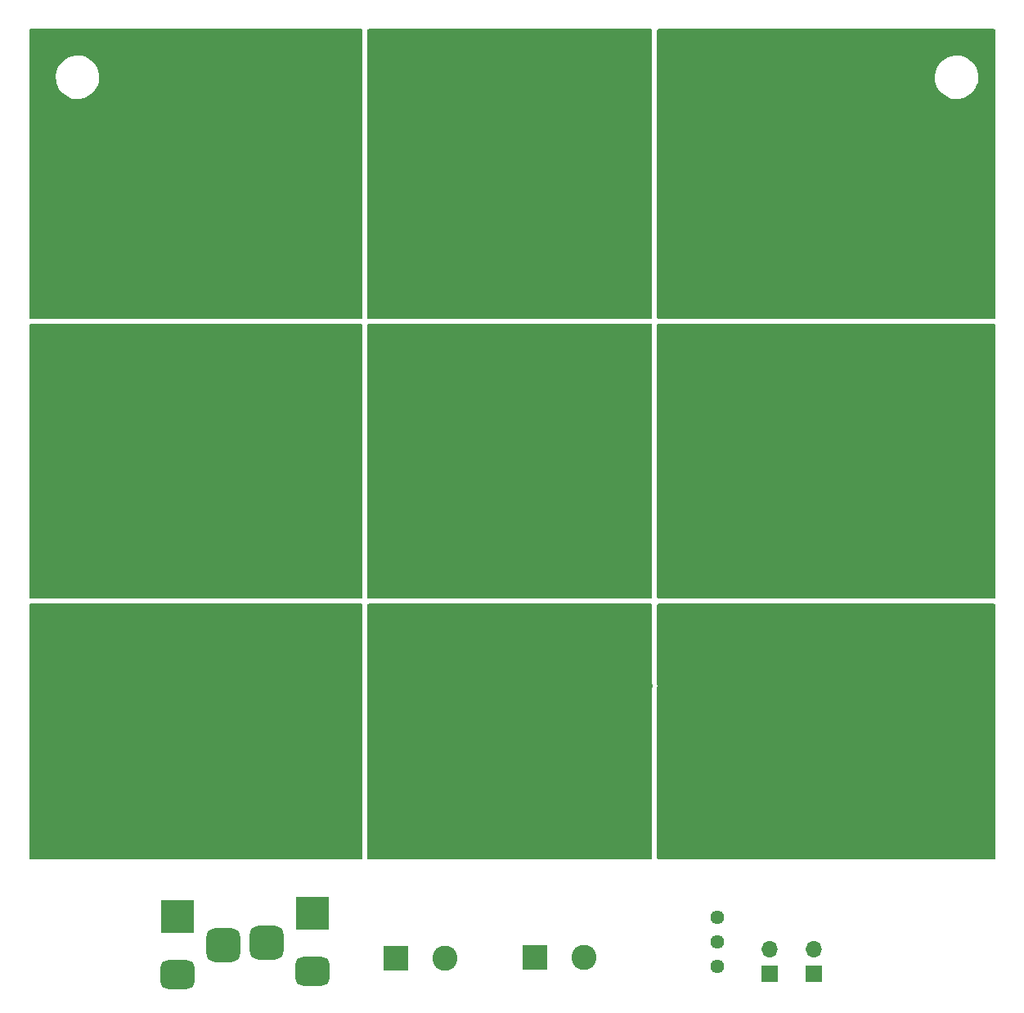
<source format=gbr>
%TF.GenerationSoftware,KiCad,Pcbnew,7.0.11+dfsg-1build4*%
%TF.CreationDate,2025-01-13T22:22:21-06:00*%
%TF.ProjectId,LEDpanel,4c454470-616e-4656-9c2e-6b696361645f,rev?*%
%TF.SameCoordinates,Original*%
%TF.FileFunction,Copper,L2,Bot*%
%TF.FilePolarity,Positive*%
%FSLAX46Y46*%
G04 Gerber Fmt 4.6, Leading zero omitted, Abs format (unit mm)*
G04 Created by KiCad (PCBNEW 7.0.11+dfsg-1build4) date 2025-01-13 22:22:21*
%MOMM*%
%LPD*%
G01*
G04 APERTURE LIST*
G04 Aperture macros list*
%AMRoundRect*
0 Rectangle with rounded corners*
0 $1 Rounding radius*
0 $2 $3 $4 $5 $6 $7 $8 $9 X,Y pos of 4 corners*
0 Add a 4 corners polygon primitive as box body*
4,1,4,$2,$3,$4,$5,$6,$7,$8,$9,$2,$3,0*
0 Add four circle primitives for the rounded corners*
1,1,$1+$1,$2,$3*
1,1,$1+$1,$4,$5*
1,1,$1+$1,$6,$7*
1,1,$1+$1,$8,$9*
0 Add four rect primitives between the rounded corners*
20,1,$1+$1,$2,$3,$4,$5,0*
20,1,$1+$1,$4,$5,$6,$7,0*
20,1,$1+$1,$6,$7,$8,$9,0*
20,1,$1+$1,$8,$9,$2,$3,0*%
G04 Aperture macros list end*
%TA.AperFunction,ComponentPad*%
%ADD10R,3.500000X3.500000*%
%TD*%
%TA.AperFunction,ComponentPad*%
%ADD11RoundRect,0.750000X1.000000X-0.750000X1.000000X0.750000X-1.000000X0.750000X-1.000000X-0.750000X0*%
%TD*%
%TA.AperFunction,ComponentPad*%
%ADD12RoundRect,0.875000X0.875000X-0.875000X0.875000X0.875000X-0.875000X0.875000X-0.875000X-0.875000X0*%
%TD*%
%TA.AperFunction,ComponentPad*%
%ADD13C,1.440000*%
%TD*%
%TA.AperFunction,ComponentPad*%
%ADD14R,2.600000X2.600000*%
%TD*%
%TA.AperFunction,ComponentPad*%
%ADD15C,2.600000*%
%TD*%
%TA.AperFunction,ComponentPad*%
%ADD16R,1.700000X1.700000*%
%TD*%
%TA.AperFunction,ComponentPad*%
%ADD17O,1.700000X1.700000*%
%TD*%
%TA.AperFunction,ViaPad*%
%ADD18C,0.800000*%
%TD*%
%TA.AperFunction,Conductor*%
%ADD19C,1.000000*%
%TD*%
G04 APERTURE END LIST*
D10*
%TO.P,J1,1*%
%TO.N,+VDC*%
X40350000Y-116900000D03*
D11*
%TO.P,J1,2*%
%TO.N,GND*%
X40350000Y-122900000D03*
D12*
%TO.P,J1,3*%
%TO.N,unconnected-(J1-Pad3)*%
X45050000Y-119900000D03*
%TD*%
D13*
%TO.P,RV1,1,1*%
%TO.N,Net-(D2-A)*%
X96250000Y-122100000D03*
%TO.P,RV1,2,2*%
%TO.N,Net-(J4-Pin_1)*%
X96250000Y-119560000D03*
%TO.P,RV1,3,3*%
%TO.N,GND*%
X96250000Y-117020000D03*
%TD*%
D14*
%TO.P,J3,1,Pin_1*%
%TO.N,SWPWR*%
X77340000Y-121140000D03*
D15*
%TO.P,J3,2,Pin_2*%
%TO.N,GND*%
X82420000Y-121140000D03*
%TD*%
D16*
%TO.P,JP1,1,A*%
%TO.N,Net-(J4-Pin_1)*%
X106200000Y-122800000D03*
D17*
%TO.P,JP1,2,B*%
%TO.N,SETPOINT*%
X106200000Y-120260000D03*
%TD*%
D16*
%TO.P,J4,1,Pin_1*%
%TO.N,Net-(J4-Pin_1)*%
X101650000Y-122850000D03*
D17*
%TO.P,J4,2,Pin_2*%
%TO.N,GND*%
X101650000Y-120310000D03*
%TD*%
D14*
%TO.P,SW1,1,A*%
%TO.N,+VDC*%
X62960000Y-121230000D03*
D15*
%TO.P,SW1,2,B*%
%TO.N,SWPWR*%
X68040000Y-121230000D03*
%TD*%
D10*
%TO.P,J2,1*%
%TO.N,+VDC*%
X54300000Y-116600000D03*
D11*
%TO.P,J2,2*%
%TO.N,GND*%
X54300000Y-122600000D03*
D12*
%TO.P,J2,3*%
%TO.N,unconnected-(J2-Pad3)*%
X49600000Y-119600000D03*
%TD*%
D18*
%TO.N,PLED1*%
X33000000Y-88000000D03*
X49000000Y-96000000D03*
X49000000Y-94000000D03*
X36000000Y-95000000D03*
X31000000Y-88000000D03*
X42000000Y-94000000D03*
X52000000Y-96000000D03*
X32000000Y-93000000D03*
X31000000Y-94000000D03*
X37000000Y-86000000D03*
X55000000Y-98000000D03*
X43000000Y-86000000D03*
X32000000Y-86000000D03*
X45000000Y-91000000D03*
X47000000Y-87000000D03*
X34000000Y-95000000D03*
X46000000Y-85000000D03*
X52000000Y-93000000D03*
X59000000Y-97000000D03*
X32000000Y-96000000D03*
X32000000Y-90000000D03*
X59000000Y-90000000D03*
X35000000Y-91000000D03*
X55000000Y-88000000D03*
X58000000Y-99000000D03*
X49000000Y-86000000D03*
X34000000Y-87000000D03*
X54000000Y-93000000D03*
X35000000Y-93000000D03*
X31000000Y-91000000D03*
X38000000Y-88000000D03*
X46000000Y-96000000D03*
X35000000Y-96000000D03*
X57000000Y-85000000D03*
X58000000Y-87000000D03*
X54000000Y-97000000D03*
X35000000Y-89000000D03*
X58000000Y-94000000D03*
%TO.N,PLED5*%
X51000000Y-75000000D03*
X41000000Y-70000000D03*
X34000000Y-75000000D03*
X35000000Y-82000000D03*
X39000000Y-57000000D03*
X48000000Y-59000000D03*
X55000000Y-68000000D03*
X44000000Y-74000000D03*
X35000000Y-64000000D03*
X31000000Y-74000000D03*
X55000000Y-82000000D03*
X32000000Y-63000000D03*
X57000000Y-59000000D03*
X52000000Y-72000000D03*
X31000000Y-71000000D03*
X31000000Y-77000000D03*
X37000000Y-79000000D03*
X58000000Y-81000000D03*
X52000000Y-69000000D03*
X33000000Y-60000000D03*
X58000000Y-63000000D03*
X55000000Y-72000000D03*
X45000000Y-65000000D03*
X42000000Y-60000000D03*
X35000000Y-68000000D03*
X53000000Y-76000000D03*
X31000000Y-67000000D03*
X36000000Y-59000000D03*
X43000000Y-72000000D03*
X44000000Y-82000000D03*
X49000000Y-71000000D03*
X48000000Y-81000000D03*
X32000000Y-80000000D03*
X39000000Y-82000000D03*
X43000000Y-70000000D03*
X56000000Y-79000000D03*
X32000000Y-58000000D03*
X36000000Y-62000000D03*
X35000000Y-56000000D03*
X46000000Y-59000000D03*
X46000000Y-81000000D03*
X47000000Y-75000000D03*
X58000000Y-67000000D03*
X39000000Y-59000000D03*
X46000000Y-71000000D03*
%TO.N,PLED6*%
X50000000Y-38000000D03*
X32000000Y-38000000D03*
X33000000Y-44000000D03*
X38000000Y-31000000D03*
X50000000Y-40000000D03*
X47000000Y-30000000D03*
X56000000Y-34000000D03*
X38000000Y-52000000D03*
X31000000Y-47000000D03*
X41000000Y-31000000D03*
X31000000Y-42000000D03*
X55000000Y-52000000D03*
X59000000Y-51000000D03*
X50000000Y-47000000D03*
X45000000Y-35000000D03*
X43000000Y-40000000D03*
X35000000Y-42000000D03*
X31000000Y-51000000D03*
X55000000Y-43000000D03*
X55000000Y-38000000D03*
X46000000Y-53000000D03*
X49000000Y-43000000D03*
X36000000Y-39000000D03*
X56000000Y-30000000D03*
X43000000Y-44000000D03*
X54000000Y-50000000D03*
X41000000Y-53000000D03*
X34000000Y-34000000D03*
X53000000Y-39000000D03*
X56000000Y-46000000D03*
X46000000Y-42000000D03*
X52000000Y-45000000D03*
X45000000Y-47000000D03*
%TO.N,PLED7*%
X83000000Y-44000000D03*
X73000000Y-31000000D03*
X87000000Y-34000000D03*
X88000000Y-30000000D03*
X72000000Y-52000000D03*
X62000000Y-33000000D03*
X62000000Y-41000000D03*
X88000000Y-46000000D03*
X70000000Y-30000000D03*
X68000000Y-51000000D03*
X65000000Y-40000000D03*
X87000000Y-43000000D03*
X80000000Y-43000000D03*
X71000000Y-33000000D03*
X71000000Y-54000000D03*
X62000000Y-51000000D03*
X76000000Y-46000000D03*
X85000000Y-31000000D03*
X73000000Y-45000000D03*
X84000000Y-40000000D03*
X66000000Y-48000000D03*
X75000000Y-52000000D03*
X81000000Y-39000000D03*
X66000000Y-31000000D03*
X84000000Y-52000000D03*
X78000000Y-53000000D03*
X80000000Y-46000000D03*
X85000000Y-47000000D03*
X72000000Y-44000000D03*
X65000000Y-53000000D03*
X65000000Y-35000000D03*
X62000000Y-44000000D03*
X68000000Y-54000000D03*
X87000000Y-54000000D03*
X87000000Y-49000000D03*
X62000000Y-48000000D03*
X68000000Y-33000000D03*
X83000000Y-48000000D03*
X72000000Y-40000000D03*
X87000000Y-38000000D03*
X65000000Y-44000000D03*
X77000000Y-41000000D03*
X62000000Y-37000000D03*
%TO.N,PLED8*%
X84000000Y-76000000D03*
X62000000Y-68000000D03*
X62000000Y-78000000D03*
X65000000Y-82000000D03*
X88000000Y-61000000D03*
X76000000Y-58000000D03*
X72000000Y-75000000D03*
X73000000Y-57000000D03*
X82000000Y-69000000D03*
X85000000Y-61000000D03*
X78000000Y-57000000D03*
X65000000Y-63000000D03*
X80000000Y-72000000D03*
X74000000Y-81000000D03*
X63000000Y-81000000D03*
X88000000Y-77000000D03*
X62000000Y-75000000D03*
X87000000Y-65000000D03*
X84000000Y-67000000D03*
X66000000Y-75000000D03*
X65000000Y-67000000D03*
X72000000Y-59000000D03*
X67000000Y-79000000D03*
X72000000Y-69000000D03*
X70000000Y-81000000D03*
X78000000Y-82000000D03*
X84000000Y-71000000D03*
X71000000Y-72000000D03*
X63000000Y-64000000D03*
X84000000Y-79000000D03*
X88000000Y-72000000D03*
X75000000Y-72000000D03*
X67000000Y-60000000D03*
X65000000Y-57000000D03*
X84000000Y-57000000D03*
X68000000Y-57000000D03*
X75000000Y-64000000D03*
X63000000Y-60000000D03*
X87000000Y-82000000D03*
X79000000Y-75000000D03*
X75000000Y-75000000D03*
X62000000Y-72000000D03*
X80000000Y-67000000D03*
X78000000Y-69000000D03*
X87000000Y-58000000D03*
X66000000Y-71000000D03*
X88000000Y-68000000D03*
%TO.N,PLED9*%
X64000000Y-96000000D03*
X86000000Y-89000000D03*
X67000000Y-86000000D03*
X62000000Y-98000000D03*
X62000000Y-88000000D03*
X72000000Y-95000000D03*
X76000000Y-96000000D03*
X83000000Y-93000000D03*
X85000000Y-86000000D03*
X88000000Y-89000000D03*
X62000000Y-91000000D03*
X70000000Y-88000000D03*
X84000000Y-97000000D03*
X67000000Y-89000000D03*
X89000000Y-93000000D03*
X73000000Y-86000000D03*
X65000000Y-93000000D03*
X81000000Y-96000000D03*
X75000000Y-91000000D03*
X79000000Y-96000000D03*
X62000000Y-94000000D03*
X80000000Y-94000000D03*
X87000000Y-87000000D03*
X86000000Y-92000000D03*
X65000000Y-90000000D03*
X78000000Y-86000000D03*
X87000000Y-97000000D03*
X76000000Y-86000000D03*
X70000000Y-86000000D03*
X88000000Y-95000000D03*
%TO.N,PLED10*%
X108000000Y-40000000D03*
X113000000Y-41000000D03*
X96000000Y-49000000D03*
X95000000Y-53000000D03*
X118000000Y-52000000D03*
X123000000Y-39000000D03*
X91000000Y-38000000D03*
X91000000Y-31000000D03*
X109000000Y-36000000D03*
X119000000Y-48000000D03*
X94000000Y-30000000D03*
X115000000Y-36000000D03*
X116000000Y-47000000D03*
X94000000Y-40000000D03*
X93000000Y-45000000D03*
X103000000Y-51000000D03*
X113000000Y-38000000D03*
X98000000Y-32000000D03*
X96000000Y-46000000D03*
X116000000Y-43000000D03*
X121000000Y-40000000D03*
X105000000Y-53000000D03*
X103000000Y-40000000D03*
X123000000Y-42000000D03*
X92000000Y-41000000D03*
X108000000Y-45000000D03*
X122000000Y-52000000D03*
X100000000Y-29000000D03*
X94000000Y-33000000D03*
X95000000Y-43000000D03*
X92000000Y-51000000D03*
X122000000Y-37000000D03*
X103000000Y-30000000D03*
X122000000Y-45000000D03*
X99000000Y-54000000D03*
X117000000Y-38000000D03*
X122000000Y-49000000D03*
X114000000Y-46000000D03*
X102000000Y-43000000D03*
X119000000Y-45000000D03*
X104000000Y-44000000D03*
X111000000Y-47000000D03*
X93000000Y-48000000D03*
X101000000Y-33000000D03*
X92000000Y-34000000D03*
X114000000Y-51000000D03*
X118000000Y-36000000D03*
X99000000Y-50000000D03*
%TO.N,PLED11*%
X122000000Y-70000000D03*
X110000000Y-71000000D03*
X104000000Y-82000000D03*
X112000000Y-69000000D03*
X107000000Y-57000000D03*
X97000000Y-82000000D03*
X101000000Y-68000000D03*
X102000000Y-79000000D03*
X109000000Y-67000000D03*
X123000000Y-76000000D03*
X101000000Y-82000000D03*
X91000000Y-68000000D03*
X119000000Y-80000000D03*
X95000000Y-74000000D03*
X93000000Y-80000000D03*
X94000000Y-68000000D03*
X117000000Y-77000000D03*
X123000000Y-79000000D03*
X115000000Y-81000000D03*
X91000000Y-64000000D03*
X92000000Y-59000000D03*
X91000000Y-77000000D03*
X123000000Y-73000000D03*
X99000000Y-58000000D03*
X115000000Y-70000000D03*
X113000000Y-81000000D03*
X117000000Y-66000000D03*
X95000000Y-71000000D03*
X113000000Y-66000000D03*
X119000000Y-71000000D03*
X103000000Y-57000000D03*
X118000000Y-56000000D03*
X111000000Y-75000000D03*
X102000000Y-59000000D03*
X106000000Y-79000000D03*
X105000000Y-69000000D03*
X91000000Y-70000000D03*
X119000000Y-74000000D03*
X101000000Y-72000000D03*
X100000000Y-61000000D03*
X117000000Y-61000000D03*
X110000000Y-66000000D03*
X112000000Y-77000000D03*
X114000000Y-58000000D03*
X93000000Y-63000000D03*
X96000000Y-58000000D03*
X101000000Y-70000000D03*
X113000000Y-73000000D03*
X107000000Y-82000000D03*
X121000000Y-57000000D03*
X123000000Y-60000000D03*
X105000000Y-59000000D03*
X99000000Y-78000000D03*
X122000000Y-64000000D03*
X109000000Y-73000000D03*
X117000000Y-81000000D03*
X115000000Y-75000000D03*
X117000000Y-58000000D03*
X92000000Y-73000000D03*
X120000000Y-66000000D03*
X104000000Y-73000000D03*
X91000000Y-61000000D03*
X96000000Y-61000000D03*
X96000000Y-77000000D03*
X118000000Y-64000000D03*
%TO.N,PLED12*%
X101000000Y-96000000D03*
X116000000Y-89000000D03*
X123000000Y-94000000D03*
X121000000Y-88000000D03*
X96000000Y-99000000D03*
X121000000Y-86000000D03*
X102000000Y-85000000D03*
X122000000Y-100000000D03*
X93000000Y-94000000D03*
X106000000Y-86000000D03*
X93000000Y-89000000D03*
X109000000Y-93000000D03*
X98000000Y-85000000D03*
X111000000Y-93000000D03*
X100000000Y-88000000D03*
X118000000Y-94000000D03*
X120000000Y-91000000D03*
X123000000Y-90000000D03*
X106000000Y-96000000D03*
X118000000Y-99000000D03*
X92000000Y-98000000D03*
X91000000Y-92000000D03*
X91000000Y-95000000D03*
X94000000Y-97000000D03*
X95000000Y-86000000D03*
X92000000Y-86000000D03*
X115000000Y-97000000D03*
X110000000Y-96000000D03*
X114000000Y-93000000D03*
X117000000Y-86000000D03*
X97000000Y-88000000D03*
%TD*%
D19*
%TO.N,PLED1*%
X31000000Y-91000000D02*
X31000000Y-88000000D01*
X55000000Y-98000000D02*
X56000000Y-99000000D01*
X59000000Y-95000000D02*
X58000000Y-94000000D01*
X38000000Y-88000000D02*
X36000000Y-88000000D01*
X52000000Y-96000000D02*
X53000000Y-96000000D01*
X37000000Y-86000000D02*
X35000000Y-86000000D01*
X32000000Y-96000000D02*
X32000000Y-95000000D01*
X46000000Y-96000000D02*
X49000000Y-96000000D01*
X59000000Y-97000000D02*
X59000000Y-95000000D01*
X43000000Y-86000000D02*
X45000000Y-86000000D01*
X46000000Y-96000000D02*
X46000000Y-92000000D01*
X59000000Y-90000000D02*
X59000000Y-88000000D01*
X36000000Y-95000000D02*
X35000000Y-96000000D01*
X32000000Y-93000000D02*
X34000000Y-95000000D01*
X53000000Y-96000000D02*
X54000000Y-97000000D01*
X35000000Y-86000000D02*
X34000000Y-87000000D01*
X32000000Y-95000000D02*
X31000000Y-94000000D01*
X56000000Y-99000000D02*
X58000000Y-99000000D01*
X57000000Y-85000000D02*
X55000000Y-85000000D01*
X46000000Y-92000000D02*
X45000000Y-91000000D01*
X54000000Y-93000000D02*
X52000000Y-93000000D01*
X59000000Y-88000000D02*
X58000000Y-87000000D01*
X36000000Y-88000000D02*
X35000000Y-89000000D01*
X33000000Y-88000000D02*
X33000000Y-89000000D01*
X33000000Y-89000000D02*
X32000000Y-90000000D01*
X55000000Y-85000000D02*
X55000000Y-88000000D01*
X45000000Y-86000000D02*
X46000000Y-85000000D01*
X35000000Y-91000000D02*
X35000000Y-93000000D01*
%TO.N,PLED5*%
X36000000Y-59000000D02*
X34000000Y-59000000D01*
X35000000Y-82000000D02*
X39000000Y-82000000D01*
X31000000Y-79000000D02*
X32000000Y-80000000D01*
X44000000Y-73000000D02*
X46000000Y-71000000D01*
X58000000Y-72000000D02*
X58000000Y-71000000D01*
X58000000Y-60000000D02*
X57000000Y-59000000D01*
X31000000Y-77000000D02*
X31000000Y-79000000D01*
X51000000Y-75000000D02*
X52000000Y-75000000D01*
X52000000Y-72000000D02*
X50000000Y-72000000D01*
X58000000Y-78000000D02*
X58000000Y-81000000D01*
X45000000Y-82000000D02*
X46000000Y-81000000D01*
X58000000Y-77000000D02*
X58000000Y-78000000D01*
X44000000Y-74000000D02*
X46000000Y-74000000D01*
X58000000Y-63000000D02*
X58000000Y-60000000D01*
X39000000Y-57000000D02*
X44000000Y-57000000D01*
X32000000Y-66000000D02*
X31000000Y-67000000D01*
X35000000Y-64000000D02*
X35000000Y-63000000D01*
X46000000Y-74000000D02*
X47000000Y-75000000D01*
X34000000Y-69000000D02*
X35000000Y-68000000D01*
X52000000Y-75000000D02*
X53000000Y-76000000D01*
X44000000Y-82000000D02*
X40000000Y-82000000D01*
X43000000Y-70000000D02*
X43000000Y-72000000D01*
X34000000Y-59000000D02*
X33000000Y-60000000D01*
X58000000Y-77000000D02*
X58000000Y-76000000D01*
X58000000Y-71000000D02*
X56000000Y-71000000D01*
X58000000Y-76000000D02*
X58000000Y-72000000D01*
X50000000Y-72000000D02*
X49000000Y-71000000D01*
X44000000Y-74000000D02*
X44000000Y-73000000D01*
X34000000Y-75000000D02*
X34000000Y-71000000D01*
X31000000Y-71000000D02*
X31000000Y-74000000D01*
X44000000Y-57000000D02*
X46000000Y-59000000D01*
X42000000Y-60000000D02*
X40000000Y-60000000D01*
X40000000Y-82000000D02*
X37000000Y-79000000D01*
X56000000Y-79000000D02*
X58000000Y-77000000D01*
X40000000Y-60000000D02*
X39000000Y-59000000D01*
X32000000Y-63000000D02*
X32000000Y-66000000D01*
X41000000Y-70000000D02*
X42000000Y-69000000D01*
X35000000Y-63000000D02*
X36000000Y-62000000D01*
X56000000Y-71000000D02*
X55000000Y-72000000D01*
X34000000Y-71000000D02*
X34000000Y-69000000D01*
X44000000Y-82000000D02*
X45000000Y-82000000D01*
X33000000Y-58000000D02*
X35000000Y-56000000D01*
X58000000Y-71000000D02*
X58000000Y-67000000D01*
X32000000Y-58000000D02*
X33000000Y-58000000D01*
%TO.N,PLED6*%
X34000000Y-36000000D02*
X32000000Y-38000000D01*
X55000000Y-35000000D02*
X56000000Y-34000000D01*
X31000000Y-42000000D02*
X31000000Y-47000000D01*
X45000000Y-47000000D02*
X50000000Y-47000000D01*
X55000000Y-38000000D02*
X55000000Y-35000000D01*
X51000000Y-45000000D02*
X49000000Y-43000000D01*
X31000000Y-51000000D02*
X34000000Y-51000000D01*
X54000000Y-50000000D02*
X54000000Y-51000000D01*
X43000000Y-40000000D02*
X43000000Y-44000000D01*
X33000000Y-44000000D02*
X35000000Y-42000000D01*
X41000000Y-31000000D02*
X38000000Y-31000000D01*
X50000000Y-40000000D02*
X52000000Y-40000000D01*
X34000000Y-34000000D02*
X34000000Y-36000000D01*
X34000000Y-51000000D02*
X35000000Y-52000000D01*
X52000000Y-40000000D02*
X53000000Y-39000000D01*
X52000000Y-45000000D02*
X51000000Y-45000000D01*
X59000000Y-51000000D02*
X59000000Y-49000000D01*
X54000000Y-51000000D02*
X55000000Y-52000000D01*
X35000000Y-52000000D02*
X38000000Y-52000000D01*
X59000000Y-49000000D02*
X56000000Y-46000000D01*
X41000000Y-53000000D02*
X46000000Y-53000000D01*
%TO.N,PLED7*%
X87000000Y-38000000D02*
X87000000Y-34000000D01*
X85000000Y-31000000D02*
X87000000Y-31000000D01*
X71000000Y-33000000D02*
X68000000Y-33000000D01*
X71000000Y-31000000D02*
X70000000Y-30000000D01*
X73000000Y-31000000D02*
X71000000Y-31000000D01*
X68000000Y-51000000D02*
X71000000Y-51000000D01*
X65000000Y-35000000D02*
X65000000Y-40000000D01*
X81000000Y-46000000D02*
X83000000Y-48000000D01*
X78000000Y-41000000D02*
X80000000Y-43000000D01*
X83000000Y-39000000D02*
X84000000Y-40000000D01*
X77000000Y-52000000D02*
X78000000Y-53000000D01*
X68000000Y-54000000D02*
X71000000Y-54000000D01*
X62000000Y-37000000D02*
X62000000Y-41000000D01*
X87000000Y-45000000D02*
X88000000Y-46000000D01*
X71000000Y-51000000D02*
X72000000Y-52000000D01*
X87000000Y-43000000D02*
X87000000Y-45000000D01*
X65000000Y-47000000D02*
X66000000Y-48000000D01*
X83000000Y-45000000D02*
X85000000Y-47000000D01*
X73000000Y-45000000D02*
X75000000Y-45000000D01*
X77000000Y-41000000D02*
X78000000Y-41000000D01*
X65000000Y-44000000D02*
X65000000Y-47000000D01*
X87000000Y-31000000D02*
X88000000Y-30000000D01*
X66000000Y-31000000D02*
X64000000Y-31000000D01*
X64000000Y-31000000D02*
X62000000Y-33000000D01*
X62000000Y-44000000D02*
X62000000Y-48000000D01*
X75000000Y-45000000D02*
X76000000Y-46000000D01*
X63000000Y-51000000D02*
X65000000Y-53000000D01*
X83000000Y-44000000D02*
X83000000Y-45000000D01*
X81000000Y-39000000D02*
X83000000Y-39000000D01*
X72000000Y-40000000D02*
X72000000Y-44000000D01*
X80000000Y-46000000D02*
X81000000Y-46000000D01*
X85000000Y-52000000D02*
X87000000Y-54000000D01*
X62000000Y-51000000D02*
X63000000Y-51000000D01*
X75000000Y-52000000D02*
X77000000Y-52000000D01*
X84000000Y-52000000D02*
X85000000Y-52000000D01*
%TO.N,PLED8*%
X85000000Y-68000000D02*
X84000000Y-67000000D01*
X67000000Y-60000000D02*
X67000000Y-61000000D01*
X87000000Y-76000000D02*
X88000000Y-77000000D01*
X72000000Y-75000000D02*
X75000000Y-75000000D01*
X88000000Y-72000000D02*
X85000000Y-72000000D01*
X66000000Y-75000000D02*
X66000000Y-78000000D01*
X75000000Y-62000000D02*
X72000000Y-59000000D01*
X78000000Y-69000000D02*
X78000000Y-70000000D01*
X65000000Y-82000000D02*
X64000000Y-82000000D01*
X84000000Y-79000000D02*
X87000000Y-82000000D01*
X72000000Y-69000000D02*
X72000000Y-71000000D01*
X67000000Y-61000000D02*
X65000000Y-63000000D01*
X73000000Y-57000000D02*
X75000000Y-57000000D01*
X85000000Y-72000000D02*
X84000000Y-71000000D01*
X62000000Y-72000000D02*
X62000000Y-68000000D01*
X65000000Y-70000000D02*
X66000000Y-71000000D01*
X75000000Y-64000000D02*
X75000000Y-62000000D01*
X70000000Y-81000000D02*
X74000000Y-81000000D01*
X66000000Y-78000000D02*
X67000000Y-79000000D01*
X65000000Y-57000000D02*
X68000000Y-57000000D01*
X63000000Y-64000000D02*
X63000000Y-60000000D01*
X72000000Y-71000000D02*
X71000000Y-72000000D01*
X82000000Y-69000000D02*
X80000000Y-67000000D01*
X65000000Y-67000000D02*
X65000000Y-70000000D01*
X87000000Y-58000000D02*
X85000000Y-58000000D01*
X76000000Y-72000000D02*
X79000000Y-75000000D01*
X87000000Y-65000000D02*
X87000000Y-62000000D01*
X85000000Y-58000000D02*
X84000000Y-57000000D01*
X75000000Y-57000000D02*
X76000000Y-58000000D01*
X64000000Y-82000000D02*
X63000000Y-81000000D01*
X75000000Y-72000000D02*
X76000000Y-72000000D01*
X78000000Y-70000000D02*
X80000000Y-72000000D01*
X62000000Y-78000000D02*
X62000000Y-75000000D01*
X88000000Y-68000000D02*
X85000000Y-68000000D01*
X84000000Y-76000000D02*
X87000000Y-76000000D01*
X87000000Y-62000000D02*
X88000000Y-61000000D01*
%TO.N,PLED9*%
X80000000Y-95000000D02*
X81000000Y-96000000D01*
X76000000Y-86000000D02*
X78000000Y-86000000D01*
X86000000Y-89000000D02*
X86000000Y-92000000D01*
X62000000Y-94000000D02*
X62000000Y-91000000D01*
X88000000Y-88000000D02*
X87000000Y-87000000D01*
X63000000Y-86000000D02*
X65000000Y-86000000D01*
X65000000Y-86000000D02*
X67000000Y-86000000D01*
X88000000Y-89000000D02*
X88000000Y-88000000D01*
X76000000Y-96000000D02*
X79000000Y-96000000D01*
X65000000Y-90000000D02*
X65000000Y-93000000D01*
X88000000Y-95000000D02*
X88000000Y-94000000D01*
X63000000Y-87000000D02*
X63000000Y-86000000D01*
X64000000Y-96000000D02*
X62000000Y-98000000D01*
X70000000Y-86000000D02*
X73000000Y-86000000D01*
X62000000Y-88000000D02*
X63000000Y-87000000D01*
X80000000Y-94000000D02*
X80000000Y-95000000D01*
X88000000Y-94000000D02*
X89000000Y-93000000D01*
X84000000Y-97000000D02*
X87000000Y-97000000D01*
X70000000Y-88000000D02*
X68000000Y-88000000D01*
X68000000Y-88000000D02*
X67000000Y-89000000D01*
%TO.N,PLED10*%
X103000000Y-30000000D02*
X101000000Y-30000000D01*
X94000000Y-30000000D02*
X92000000Y-30000000D01*
X111000000Y-47000000D02*
X111000000Y-48000000D01*
X111000000Y-48000000D02*
X114000000Y-51000000D01*
X122000000Y-45000000D02*
X122000000Y-43000000D01*
X105000000Y-53000000D02*
X103000000Y-51000000D01*
X92000000Y-44000000D02*
X93000000Y-45000000D01*
X95000000Y-43000000D02*
X95000000Y-45000000D01*
X103000000Y-40000000D02*
X103000000Y-42000000D01*
X92000000Y-34000000D02*
X92000000Y-37000000D01*
X122000000Y-37000000D02*
X122000000Y-38000000D01*
X93000000Y-50000000D02*
X92000000Y-51000000D01*
X98000000Y-53000000D02*
X99000000Y-54000000D01*
X95000000Y-53000000D02*
X98000000Y-53000000D01*
X107000000Y-44000000D02*
X108000000Y-45000000D01*
X101000000Y-30000000D02*
X100000000Y-29000000D01*
X97000000Y-50000000D02*
X96000000Y-49000000D01*
X111000000Y-38000000D02*
X109000000Y-36000000D01*
X115000000Y-36000000D02*
X118000000Y-36000000D01*
X93000000Y-48000000D02*
X93000000Y-50000000D01*
X92000000Y-41000000D02*
X92000000Y-44000000D01*
X108000000Y-40000000D02*
X112000000Y-40000000D01*
X92000000Y-37000000D02*
X91000000Y-38000000D01*
X94000000Y-33000000D02*
X94000000Y-37000000D01*
X95000000Y-45000000D02*
X96000000Y-46000000D01*
X122000000Y-38000000D02*
X123000000Y-39000000D01*
X121000000Y-40000000D02*
X119000000Y-40000000D01*
X99000000Y-50000000D02*
X97000000Y-50000000D01*
X101000000Y-33000000D02*
X99000000Y-33000000D01*
X120000000Y-49000000D02*
X119000000Y-48000000D01*
X117000000Y-43000000D02*
X119000000Y-45000000D01*
X99000000Y-33000000D02*
X98000000Y-32000000D01*
X116000000Y-47000000D02*
X115000000Y-47000000D01*
X122000000Y-43000000D02*
X123000000Y-42000000D01*
X112000000Y-40000000D02*
X113000000Y-41000000D01*
X118000000Y-52000000D02*
X122000000Y-52000000D01*
X92000000Y-30000000D02*
X91000000Y-31000000D01*
X116000000Y-43000000D02*
X117000000Y-43000000D01*
X119000000Y-40000000D02*
X117000000Y-38000000D01*
X94000000Y-37000000D02*
X94000000Y-40000000D01*
X103000000Y-42000000D02*
X102000000Y-43000000D01*
X113000000Y-38000000D02*
X111000000Y-38000000D01*
X122000000Y-49000000D02*
X120000000Y-49000000D01*
X115000000Y-47000000D02*
X114000000Y-46000000D01*
X104000000Y-44000000D02*
X107000000Y-44000000D01*
%TO.N,PLED11*%
X110000000Y-67000000D02*
X112000000Y-69000000D01*
X119000000Y-57000000D02*
X118000000Y-56000000D01*
X123000000Y-76000000D02*
X123000000Y-73000000D01*
X102000000Y-79000000D02*
X106000000Y-79000000D01*
X102000000Y-59000000D02*
X100000000Y-59000000D01*
X98000000Y-77000000D02*
X99000000Y-78000000D01*
X101000000Y-68000000D02*
X101000000Y-70000000D01*
X119000000Y-74000000D02*
X119000000Y-75000000D01*
X105000000Y-59000000D02*
X103000000Y-57000000D01*
X122000000Y-61000000D02*
X123000000Y-60000000D01*
X95000000Y-71000000D02*
X95000000Y-74000000D01*
X115000000Y-75000000D02*
X113000000Y-73000000D01*
X103000000Y-72000000D02*
X104000000Y-73000000D01*
X100000000Y-61000000D02*
X96000000Y-61000000D01*
X100000000Y-59000000D02*
X99000000Y-58000000D01*
X118000000Y-64000000D02*
X118000000Y-62000000D01*
X115000000Y-70000000D02*
X118000000Y-70000000D01*
X101000000Y-82000000D02*
X97000000Y-82000000D01*
X112000000Y-77000000D02*
X112000000Y-80000000D01*
X121000000Y-57000000D02*
X119000000Y-57000000D01*
X115000000Y-81000000D02*
X117000000Y-81000000D01*
X93000000Y-63000000D02*
X93000000Y-67000000D01*
X109000000Y-67000000D02*
X110000000Y-67000000D01*
X91000000Y-68000000D02*
X91000000Y-64000000D01*
X106000000Y-70000000D02*
X105000000Y-69000000D01*
X96000000Y-77000000D02*
X98000000Y-77000000D01*
X92000000Y-73000000D02*
X92000000Y-71000000D01*
X107000000Y-70000000D02*
X106000000Y-70000000D01*
X108000000Y-71000000D02*
X107000000Y-70000000D01*
X118000000Y-62000000D02*
X117000000Y-61000000D01*
X110000000Y-66000000D02*
X113000000Y-66000000D01*
X93000000Y-80000000D02*
X93000000Y-79000000D01*
X112000000Y-80000000D02*
X113000000Y-81000000D01*
X101000000Y-72000000D02*
X103000000Y-72000000D01*
X92000000Y-71000000D02*
X91000000Y-70000000D01*
X122000000Y-80000000D02*
X123000000Y-79000000D01*
X96000000Y-58000000D02*
X93000000Y-58000000D01*
X110000000Y-71000000D02*
X108000000Y-71000000D01*
X109000000Y-73000000D02*
X111000000Y-75000000D01*
X107000000Y-82000000D02*
X104000000Y-82000000D01*
X118000000Y-70000000D02*
X119000000Y-71000000D01*
X93000000Y-79000000D02*
X91000000Y-77000000D01*
X122000000Y-64000000D02*
X122000000Y-61000000D01*
X93000000Y-67000000D02*
X94000000Y-68000000D01*
X117000000Y-66000000D02*
X120000000Y-66000000D01*
X119000000Y-80000000D02*
X122000000Y-80000000D01*
X93000000Y-58000000D02*
X92000000Y-59000000D01*
X114000000Y-58000000D02*
X117000000Y-58000000D01*
X119000000Y-75000000D02*
X117000000Y-77000000D01*
%TO.N,PLED12*%
X103000000Y-86000000D02*
X102000000Y-85000000D01*
X91000000Y-95000000D02*
X91000000Y-97000000D01*
X101000000Y-96000000D02*
X106000000Y-96000000D01*
X94000000Y-97000000D02*
X96000000Y-99000000D01*
X114000000Y-93000000D02*
X117000000Y-93000000D01*
X110000000Y-96000000D02*
X114000000Y-96000000D01*
X121000000Y-99000000D02*
X122000000Y-100000000D01*
X93000000Y-89000000D02*
X93000000Y-94000000D01*
X116000000Y-89000000D02*
X114000000Y-87000000D01*
X114000000Y-96000000D02*
X115000000Y-97000000D01*
X92000000Y-86000000D02*
X92000000Y-91000000D01*
X100000000Y-88000000D02*
X97000000Y-88000000D01*
X106000000Y-86000000D02*
X103000000Y-86000000D01*
X91000000Y-97000000D02*
X92000000Y-98000000D01*
X120000000Y-89000000D02*
X121000000Y-88000000D01*
X120000000Y-91000000D02*
X120000000Y-89000000D01*
X98000000Y-85000000D02*
X96000000Y-85000000D01*
X123000000Y-94000000D02*
X123000000Y-90000000D01*
X92000000Y-91000000D02*
X91000000Y-92000000D01*
X109000000Y-93000000D02*
X111000000Y-93000000D01*
X121000000Y-86000000D02*
X117000000Y-86000000D01*
X114000000Y-87000000D02*
X114000000Y-86000000D01*
X118000000Y-99000000D02*
X121000000Y-99000000D01*
X117000000Y-93000000D02*
X118000000Y-94000000D01*
X96000000Y-85000000D02*
X95000000Y-86000000D01*
%TD*%
%TA.AperFunction,Conductor*%
%TO.N,PLED10*%
G36*
X124942539Y-25020185D02*
G01*
X124988294Y-25072989D01*
X124999500Y-25124500D01*
X124999500Y-54876000D01*
X124979815Y-54943039D01*
X124927011Y-54988794D01*
X124875500Y-55000000D01*
X118141947Y-55000000D01*
X118129794Y-54999403D01*
X118000000Y-54986620D01*
X117870205Y-54999403D01*
X117858053Y-55000000D01*
X90124000Y-55000000D01*
X90056961Y-54980315D01*
X90011206Y-54927511D01*
X90000000Y-54876000D01*
X90000000Y-30075373D01*
X118745723Y-30075373D01*
X118775881Y-30375160D01*
X118775882Y-30375162D01*
X118845728Y-30668252D01*
X118845733Y-30668266D01*
X118954020Y-30949427D01*
X118954024Y-30949436D01*
X119098825Y-31213665D01*
X119098829Y-31213671D01*
X119277551Y-31456234D01*
X119277554Y-31456238D01*
X119277561Y-31456245D01*
X119487019Y-31672823D01*
X119723478Y-31859553D01*
X119723480Y-31859554D01*
X119723485Y-31859558D01*
X119982730Y-32013109D01*
X120260128Y-32130736D01*
X120550729Y-32210340D01*
X120849347Y-32250500D01*
X120849351Y-32250500D01*
X121075252Y-32250500D01*
X121239164Y-32239526D01*
X121300634Y-32235412D01*
X121595903Y-32175396D01*
X121880537Y-32076560D01*
X122149459Y-31940668D01*
X122397869Y-31770144D01*
X122621333Y-31568032D01*
X122815865Y-31337939D01*
X122977993Y-31083970D01*
X123104823Y-30810658D01*
X123194093Y-30522879D01*
X123244209Y-30225770D01*
X123254277Y-29924631D01*
X123224118Y-29624838D01*
X123154269Y-29331739D01*
X123045977Y-29050566D01*
X122901175Y-28786335D01*
X122722446Y-28543762D01*
X122512980Y-28327176D01*
X122389742Y-28229856D01*
X122276521Y-28140446D01*
X122276517Y-28140443D01*
X122276515Y-28140442D01*
X122017270Y-27986891D01*
X121739872Y-27869264D01*
X121739863Y-27869261D01*
X121449272Y-27789660D01*
X121374616Y-27779620D01*
X121150653Y-27749500D01*
X120924756Y-27749500D01*
X120924748Y-27749500D01*
X120699368Y-27764587D01*
X120699359Y-27764589D01*
X120404094Y-27824604D01*
X120119464Y-27923439D01*
X120119459Y-27923441D01*
X119850546Y-28059328D01*
X119602125Y-28229860D01*
X119378665Y-28431969D01*
X119184132Y-28662064D01*
X119022006Y-28916030D01*
X119022005Y-28916032D01*
X118895181Y-29189333D01*
X118895177Y-29189342D01*
X118895176Y-29189346D01*
X118805907Y-29477118D01*
X118755791Y-29774230D01*
X118745723Y-30075373D01*
X90000000Y-30075373D01*
X90000000Y-25124500D01*
X90019685Y-25057461D01*
X90072489Y-25011706D01*
X90124000Y-25000500D01*
X124875500Y-25000500D01*
X124942539Y-25020185D01*
G37*
%TD.AperFunction*%
%TD*%
%TA.AperFunction,Conductor*%
%TO.N,PLED7*%
G36*
X89429539Y-25020185D02*
G01*
X89475294Y-25072989D01*
X89486500Y-25124500D01*
X89486500Y-54876000D01*
X89466815Y-54943039D01*
X89414011Y-54988794D01*
X89362500Y-55000000D01*
X60124000Y-55000000D01*
X60056961Y-54980315D01*
X60011206Y-54927511D01*
X60000000Y-54876000D01*
X60000000Y-51141940D01*
X60000597Y-51129786D01*
X60008500Y-51049543D01*
X60008500Y-49055641D01*
X60009097Y-49043487D01*
X60013380Y-49000000D01*
X60000597Y-48870205D01*
X60000000Y-48858052D01*
X60000000Y-25124500D01*
X60019685Y-25057461D01*
X60072489Y-25011706D01*
X60124000Y-25000500D01*
X89362500Y-25000500D01*
X89429539Y-25020185D01*
G37*
%TD.AperFunction*%
%TD*%
%TA.AperFunction,Conductor*%
%TO.N,PLED6*%
G36*
X59429539Y-25020185D02*
G01*
X59475294Y-25072989D01*
X59486500Y-25124500D01*
X59486500Y-48858038D01*
X59487118Y-48883252D01*
X59487715Y-48895406D01*
X59489569Y-48920540D01*
X59496445Y-48990358D01*
X59496706Y-49011626D01*
X59496216Y-49018264D01*
X59495618Y-49030439D01*
X59495000Y-49055655D01*
X59495000Y-51018219D01*
X59494403Y-51030372D01*
X59489568Y-51079458D01*
X59487715Y-51104580D01*
X59487118Y-51116740D01*
X59486500Y-51141954D01*
X59486500Y-54876000D01*
X59466815Y-54943039D01*
X59414011Y-54988794D01*
X59362500Y-55000000D01*
X35141941Y-55000000D01*
X35129787Y-54999403D01*
X35000000Y-54986620D01*
X34870213Y-54999403D01*
X34858059Y-55000000D01*
X25124500Y-55000000D01*
X25057461Y-54980315D01*
X25011706Y-54927511D01*
X25000500Y-54876000D01*
X25000500Y-30075373D01*
X27745723Y-30075373D01*
X27775881Y-30375160D01*
X27775882Y-30375162D01*
X27845728Y-30668252D01*
X27845733Y-30668266D01*
X27954020Y-30949427D01*
X27954024Y-30949436D01*
X28098825Y-31213665D01*
X28098829Y-31213671D01*
X28277551Y-31456234D01*
X28277554Y-31456238D01*
X28277561Y-31456245D01*
X28487019Y-31672823D01*
X28723478Y-31859553D01*
X28723480Y-31859554D01*
X28723485Y-31859558D01*
X28982730Y-32013109D01*
X29260128Y-32130736D01*
X29550729Y-32210340D01*
X29849347Y-32250500D01*
X29849351Y-32250500D01*
X30075252Y-32250500D01*
X30239164Y-32239526D01*
X30300634Y-32235412D01*
X30595903Y-32175396D01*
X30880537Y-32076560D01*
X31149459Y-31940668D01*
X31397869Y-31770144D01*
X31621333Y-31568032D01*
X31815865Y-31337939D01*
X31977993Y-31083970D01*
X32104823Y-30810658D01*
X32194093Y-30522879D01*
X32244209Y-30225770D01*
X32254277Y-29924631D01*
X32224118Y-29624838D01*
X32154269Y-29331739D01*
X32045977Y-29050566D01*
X31901175Y-28786335D01*
X31722446Y-28543762D01*
X31512980Y-28327176D01*
X31389742Y-28229856D01*
X31276521Y-28140446D01*
X31276517Y-28140443D01*
X31276515Y-28140442D01*
X31017270Y-27986891D01*
X30739872Y-27869264D01*
X30739863Y-27869261D01*
X30449272Y-27789660D01*
X30374616Y-27779620D01*
X30150653Y-27749500D01*
X29924756Y-27749500D01*
X29924748Y-27749500D01*
X29699368Y-27764587D01*
X29699359Y-27764589D01*
X29404094Y-27824604D01*
X29119464Y-27923439D01*
X29119459Y-27923441D01*
X28850546Y-28059328D01*
X28602125Y-28229860D01*
X28378665Y-28431969D01*
X28184132Y-28662064D01*
X28022006Y-28916030D01*
X28022005Y-28916032D01*
X27895181Y-29189333D01*
X27895177Y-29189342D01*
X27895176Y-29189346D01*
X27805907Y-29477118D01*
X27755791Y-29774230D01*
X27745723Y-30075373D01*
X25000500Y-30075373D01*
X25000500Y-25124500D01*
X25020185Y-25057461D01*
X25072989Y-25011706D01*
X25124500Y-25000500D01*
X59362500Y-25000500D01*
X59429539Y-25020185D01*
G37*
%TD.AperFunction*%
%TD*%
%TA.AperFunction,Conductor*%
%TO.N,PLED1*%
G36*
X55018293Y-84503785D02*
G01*
X55030447Y-84504382D01*
X55055640Y-84505000D01*
X57018221Y-84505000D01*
X57030374Y-84505597D01*
X57033442Y-84505899D01*
X57079457Y-84510431D01*
X57104592Y-84512285D01*
X57116745Y-84512882D01*
X57141940Y-84513500D01*
X57141953Y-84513500D01*
X59362500Y-84513500D01*
X59429539Y-84533185D01*
X59475294Y-84585989D01*
X59486500Y-84637500D01*
X59486500Y-87858038D01*
X59487118Y-87883252D01*
X59487715Y-87895406D01*
X59489569Y-87920540D01*
X59496445Y-87990358D01*
X59496706Y-88011626D01*
X59496216Y-88018264D01*
X59495618Y-88030439D01*
X59495000Y-88055655D01*
X59495000Y-90018219D01*
X59494403Y-90030372D01*
X59489568Y-90079458D01*
X59487715Y-90104580D01*
X59487118Y-90116740D01*
X59486500Y-90141954D01*
X59486500Y-94858038D01*
X59487118Y-94883252D01*
X59487715Y-94895406D01*
X59489569Y-94920540D01*
X59496445Y-94990358D01*
X59496706Y-95011626D01*
X59496216Y-95018264D01*
X59495618Y-95030439D01*
X59495000Y-95055655D01*
X59495000Y-97018219D01*
X59494403Y-97030372D01*
X59489568Y-97079458D01*
X59487715Y-97104580D01*
X59487118Y-97116740D01*
X59486500Y-97141954D01*
X59486500Y-110876000D01*
X59466815Y-110943039D01*
X59414011Y-110988794D01*
X59362500Y-111000000D01*
X25124500Y-111000000D01*
X25057461Y-110980315D01*
X25011706Y-110927511D01*
X25000500Y-110876000D01*
X25000500Y-84637500D01*
X25020185Y-84570461D01*
X25072989Y-84524706D01*
X25124500Y-84513500D01*
X45858038Y-84513500D01*
X45858053Y-84513500D01*
X45883246Y-84512882D01*
X45895400Y-84512285D01*
X45920537Y-84510431D01*
X45987848Y-84503801D01*
X46012153Y-84503801D01*
X46079465Y-84510431D01*
X46104599Y-84512285D01*
X46116752Y-84512882D01*
X46141947Y-84513500D01*
X46141960Y-84513500D01*
X54858044Y-84513500D01*
X54858059Y-84513500D01*
X54883252Y-84512882D01*
X54895406Y-84512285D01*
X54920545Y-84510430D01*
X54990363Y-84503552D01*
X55011643Y-84503294D01*
X55018293Y-84503785D01*
G37*
%TD.AperFunction*%
%TD*%
%TA.AperFunction,Conductor*%
%TO.N,PLED12*%
G36*
X96018294Y-84503785D02*
G01*
X96030447Y-84504382D01*
X96055642Y-84505000D01*
X98018221Y-84505000D01*
X98030374Y-84505597D01*
X98033442Y-84505899D01*
X98079457Y-84510431D01*
X98104592Y-84512285D01*
X98116745Y-84512882D01*
X98141940Y-84513500D01*
X98141953Y-84513500D01*
X101858036Y-84513500D01*
X101858053Y-84513500D01*
X101883250Y-84512881D01*
X101895402Y-84512284D01*
X101920534Y-84510431D01*
X101987846Y-84503801D01*
X102012152Y-84503801D01*
X102079465Y-84510431D01*
X102104599Y-84512285D01*
X102116752Y-84512882D01*
X102141947Y-84513500D01*
X102141960Y-84513500D01*
X124875500Y-84513500D01*
X124942539Y-84533185D01*
X124988294Y-84585989D01*
X124999500Y-84637500D01*
X124999500Y-110876000D01*
X124979815Y-110943039D01*
X124927011Y-110988794D01*
X124875500Y-111000000D01*
X90124000Y-111000000D01*
X90056961Y-110980315D01*
X90011206Y-110927511D01*
X90000000Y-110876000D01*
X90000000Y-93141946D01*
X90000597Y-93129792D01*
X90013380Y-93000000D01*
X90000597Y-92870204D01*
X90000000Y-92858051D01*
X90000000Y-84637500D01*
X90019685Y-84570461D01*
X90072489Y-84524706D01*
X90124000Y-84513500D01*
X95858038Y-84513500D01*
X95858053Y-84513500D01*
X95883246Y-84512882D01*
X95895400Y-84512285D01*
X95920537Y-84510431D01*
X95990363Y-84503553D01*
X96011638Y-84503294D01*
X96018294Y-84503785D01*
G37*
%TD.AperFunction*%
%TD*%
%TA.AperFunction,Conductor*%
%TO.N,PLED9*%
G36*
X89429539Y-84533185D02*
G01*
X89475294Y-84585989D01*
X89486500Y-84637500D01*
X89486500Y-92858037D01*
X89487118Y-92883251D01*
X89487715Y-92895405D01*
X89489569Y-92920535D01*
X89496198Y-92987844D01*
X89496198Y-93012150D01*
X89489568Y-93079464D01*
X89487715Y-93104586D01*
X89487118Y-93116746D01*
X89486500Y-93141960D01*
X89486500Y-110876000D01*
X89466815Y-110943039D01*
X89414011Y-110988794D01*
X89362500Y-111000000D01*
X60124000Y-111000000D01*
X60056961Y-110980315D01*
X60011206Y-110927511D01*
X60000000Y-110876000D01*
X60000000Y-97141940D01*
X60000597Y-97129786D01*
X60008500Y-97049543D01*
X60008500Y-95055641D01*
X60009097Y-95043487D01*
X60013380Y-95000000D01*
X60000597Y-94870205D01*
X60000000Y-94858052D01*
X60000000Y-90141940D01*
X60000597Y-90129786D01*
X60008500Y-90049543D01*
X60008500Y-88055641D01*
X60009097Y-88043487D01*
X60013380Y-88000000D01*
X60000597Y-87870205D01*
X60000000Y-87858052D01*
X60000000Y-84637500D01*
X60019685Y-84570461D01*
X60072489Y-84524706D01*
X60124000Y-84513500D01*
X89362500Y-84513500D01*
X89429539Y-84533185D01*
G37*
%TD.AperFunction*%
%TD*%
%TA.AperFunction,Conductor*%
%TO.N,PLED5*%
G36*
X35079455Y-55510430D02*
G01*
X35104594Y-55512285D01*
X35116748Y-55512882D01*
X35141941Y-55513500D01*
X35141956Y-55513500D01*
X59362500Y-55513500D01*
X59429539Y-55533185D01*
X59475294Y-55585989D01*
X59486500Y-55637500D01*
X59486500Y-83876000D01*
X59466815Y-83943039D01*
X59414011Y-83988794D01*
X59362500Y-84000000D01*
X57141940Y-84000000D01*
X57129787Y-83999403D01*
X57049547Y-83991500D01*
X57049544Y-83991500D01*
X55055640Y-83991500D01*
X55043486Y-83990903D01*
X55000000Y-83986620D01*
X54950453Y-83991500D01*
X54870213Y-83999403D01*
X54858059Y-84000000D01*
X46141947Y-84000000D01*
X46129794Y-83999403D01*
X46000000Y-83986620D01*
X45870207Y-83999403D01*
X45858053Y-84000000D01*
X25124500Y-84000000D01*
X25057461Y-83980315D01*
X25011706Y-83927511D01*
X25000500Y-83876000D01*
X25000500Y-55637500D01*
X25020185Y-55570461D01*
X25072989Y-55524706D01*
X25124500Y-55513500D01*
X34858044Y-55513500D01*
X34858059Y-55513500D01*
X34883252Y-55512882D01*
X34895406Y-55512285D01*
X34920545Y-55510430D01*
X34987847Y-55503801D01*
X35012153Y-55503801D01*
X35079455Y-55510430D01*
G37*
%TD.AperFunction*%
%TD*%
%TA.AperFunction,Conductor*%
%TO.N,PLED8*%
G36*
X89429539Y-55533185D02*
G01*
X89475294Y-55585989D01*
X89486500Y-55637500D01*
X89486500Y-83876000D01*
X89466815Y-83943039D01*
X89414011Y-83988794D01*
X89362500Y-84000000D01*
X60124000Y-84000000D01*
X60056961Y-83980315D01*
X60011206Y-83927511D01*
X60000000Y-83876000D01*
X60000000Y-55637500D01*
X60019685Y-55570461D01*
X60072489Y-55524706D01*
X60124000Y-55513500D01*
X89362500Y-55513500D01*
X89429539Y-55533185D01*
G37*
%TD.AperFunction*%
%TD*%
%TA.AperFunction,Conductor*%
%TO.N,PLED11*%
G36*
X118079465Y-55510431D02*
G01*
X118104599Y-55512285D01*
X118116752Y-55512882D01*
X118141947Y-55513500D01*
X118141960Y-55513500D01*
X124875500Y-55513500D01*
X124942539Y-55533185D01*
X124988294Y-55585989D01*
X124999500Y-55637500D01*
X124999500Y-83876000D01*
X124979815Y-83943039D01*
X124927011Y-83988794D01*
X124875500Y-84000000D01*
X102141947Y-84000000D01*
X102129794Y-83999403D01*
X102000000Y-83986620D01*
X101870205Y-83999403D01*
X101858053Y-84000000D01*
X98141940Y-84000000D01*
X98129787Y-83999403D01*
X98049547Y-83991500D01*
X98049544Y-83991500D01*
X96055642Y-83991500D01*
X96043489Y-83990903D01*
X96000000Y-83986620D01*
X95870207Y-83999403D01*
X95858053Y-84000000D01*
X90124000Y-84000000D01*
X90056961Y-83980315D01*
X90011206Y-83927511D01*
X90000000Y-83876000D01*
X90000000Y-55637500D01*
X90019685Y-55570461D01*
X90072489Y-55524706D01*
X90124000Y-55513500D01*
X117858036Y-55513500D01*
X117858053Y-55513500D01*
X117883250Y-55512881D01*
X117895402Y-55512284D01*
X117920534Y-55510431D01*
X117987846Y-55503801D01*
X118012152Y-55503801D01*
X118079465Y-55510431D01*
G37*
%TD.AperFunction*%
%TD*%
M02*

</source>
